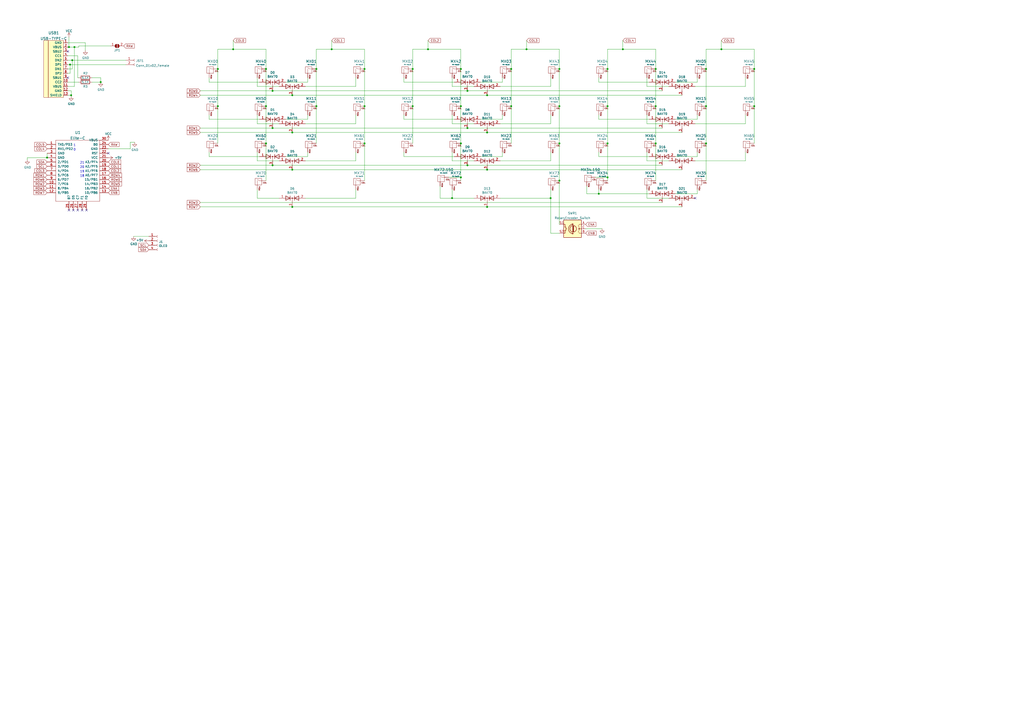
<source format=kicad_sch>
(kicad_sch (version 20211123) (generator eeschema)
  (paper "A2")
  (lib_symbols
    (symbol "Connector:Conn_01x02_Female" (pin_names (offset 1.016) hide)
      (property "Reference" "J" (at 0 2.54 0))
      (property "Value" "Conn_01x02_Female" (at 0 -5.08 0))
      (symbol "Conn_01x02_Female_1_1"
        (pin passive line (at -5.08 0 0) (length 3.81) (name "Pin_1") (number "1"))
        (pin passive line (at -5.08 -2.54 0) (length 3.81) (name "Pin_2") (number "2"))
      )
    )
    (symbol "Connector:Conn_01x04_Female" (pin_names (offset 1.016) hide)
      (property "Reference" "J" (at 0 5.08 0))
      (property "Value" "Conn_01x04_Female" (at 0 -7.62 0))
      (symbol "Conn_01x04_Female_1_1"
        (pin passive line (at -5.08 2.54 0) (length 3.81) (name "Pin_1") (number "1"))
        (pin passive line (at -5.08 0 0) (length 3.81) (name "Pin_2") (number "2"))
        (pin passive line (at -5.08 -2.54 0) (length 3.81) (name "Pin_3") (number "3"))
        (pin passive line (at -5.08 -5.08 0) (length 3.81) (name "Pin_4") (number "4"))
      )
    )
    (symbol "Device:R" (pin_numbers hide) (pin_names (offset 0))
      (property "Reference" "R" (at 2.032 0 90))
      (property "Value" "R" (at 0 0 90))
      (symbol "R_1_1"
        (pin passive line (at 0 3.81 270) (length 1.27) (name "~") (number "1"))
        (pin passive line (at 0 -3.81 90) (length 1.27) (name "~") (number "2"))
      )
    )
    (symbol "Device:RotaryEncoder_Switch" (pin_names (offset 0.254) hide)
      (property "Reference" "SW" (at 0 6.604 0))
      (property "Value" "RotaryEncoder_Switch" (at 0 -6.604 0))
      (symbol "RotaryEncoder_Switch_1_1"
        (pin passive line (at -7.62 2.54 0) (length 2.54) (name "A") (number "A"))
        (pin passive line (at -7.62 -2.54 0) (length 2.54) (name "B") (number "B"))
        (pin passive line (at -7.62 0 0) (length 2.54) (name "C") (number "C"))
        (pin passive line (at 7.62 2.54 180) (length 2.54) (name "S1") (number "S1"))
        (pin passive line (at 7.62 -2.54 180) (length 2.54) (name "S2") (number "S2"))
      )
    )
    (symbol "Diode:BAV70" (pin_names (offset 0.762) hide)
      (property "Reference" "D" (at 0.635 -2.54 0))
      (property "Value" "BAV70" (at 0 2.54 0))
      (symbol "BAV70_0_1"
        (pin passive line (at -7.62 0 0) (length 3.81) (name "A") (number "1"))
        (pin passive line (at 7.62 0 180) (length 3.81) (name "A") (number "2"))
        (pin passive line (at 0 -5.08 90) (length 2.54) (name "K") (number "3"))
      )
    )
    (symbol "Jumper:SolderJumper_2_Open" (pin_names (offset 0) hide)
      (property "Reference" "JP" (at 0 2.032 0))
      (property "Value" "SolderJumper_2_Open" (at 0 -2.54 0))
      (symbol "SolderJumper_2_Open_1_1"
        (pin passive line (at -3.81 0 0) (length 2.54) (name "A") (number "1"))
        (pin passive line (at 3.81 0 180) (length 2.54) (name "B") (number "2"))
      )
    )
    (symbol "MX_Alps_Hybrid:MX-NoLED" (pin_names (offset 1.016))
      (property "Reference" "MX" (at -0.635 3.81 0))
      (property "Value" "MX-NoLED" (at -0.635 1.27 0))
      (symbol "MX-NoLED_0_0"
        (text "COL" (at 3.175 0 0) (effects (font (size 0.762 0.762))))
        (text "ROW" (at 0 -1.905 900) (effects (font (size 0.762 0.762)) (justify right)))
      )
      (symbol "MX-NoLED_1_1"
        (pin passive line (at 3.81 1.27 180) (length 2.54) (name "COL") (number "1"))
        (pin passive line (at -1.27 -3.81 90) (length 2.54) (name "ROW") (number "2"))
      )
    )
    (symbol "keebio:Elite-C" (pin_names (offset 1.016))
      (property "Reference" "U1" (at 0 20.9139 0))
      (property "Value" "Elite-C" (at 0 17.6349 0))
      (symbol "Elite-C_1_1"
        (pin input line (at -17.78 13.97 0) (length 5.08) (name "TX0/PD3") (number "1"))
        (pin input line (at -17.78 -8.89 0) (length 5.08) (name "7/PE6") (number "10"))
        (pin input line (at -17.78 -11.43 0) (length 5.08) (name "8/PB4") (number "11"))
        (pin input line (at -17.78 -13.97 0) (length 5.08) (name "9/PB5") (number "12"))
        (pin input line (at 17.78 -13.97 180) (length 5.08) (name "10/PB6") (number "13"))
        (pin input line (at 17.78 -11.43 180) (length 5.08) (name "16/PB2") (number "14"))
        (pin input line (at 17.78 -8.89 180) (length 5.08) (name "14/PB3") (number "15"))
        (pin input line (at 17.78 -6.35 180) (length 5.08) (name "15/PB1") (number "16"))
        (pin input line (at 17.78 -3.81 180) (length 5.08) (name "A0/PF7") (number "17"))
        (pin input line (at 17.78 -1.27 180) (length 5.08) (name "A1/PF6") (number "18"))
        (pin input line (at 17.78 1.27 180) (length 5.08) (name "A2/PF5") (number "19"))
        (pin input line (at -17.78 11.43 0) (length 5.08) (name "RX1/PD2") (number "2"))
        (pin input line (at 17.78 3.81 180) (length 5.08) (name "A3/PF4") (number "20"))
        (pin input line (at 17.78 6.35 180) (length 5.08) (name "VCC") (number "21"))
        (pin input line (at 17.78 8.89 180) (length 5.08) (name "RST") (number "22"))
        (pin input line (at 17.78 11.43 180) (length 5.08) (name "GND") (number "23"))
        (pin input line (at 17.78 13.97 180) (length 5.08) (name "B0") (number "24"))
        (pin input line (at -5.08 -24.13 90) (length 5.08) (name "B7") (number "25"))
        (pin input line (at -2.54 -24.13 90) (length 5.08) (name "D5") (number "26"))
        (pin input line (at 0 -24.13 90) (length 5.08) (name "C7") (number "27"))
        (pin input line (at 2.54 -24.13 90) (length 5.08) (name "F1") (number "28"))
        (pin input line (at 5.08 -24.13 90) (length 5.08) (name "F0") (number "29"))
        (pin input line (at -17.78 8.89 0) (length 5.08) (name "GND") (number "3"))
        (pin input line (at 17.78 16.51 180) (length 5.08) (name "VBUS") (number "30"))
        (pin input line (at -17.78 6.35 0) (length 5.08) (name "GND") (number "4"))
        (pin input line (at -17.78 3.81 0) (length 5.08) (name "2/PD1") (number "5"))
        (pin input line (at -17.78 1.27 0) (length 5.08) (name "3/PD0") (number "6"))
        (pin input line (at -17.78 -1.27 0) (length 5.08) (name "4/PD4") (number "7"))
        (pin input line (at -17.78 -3.81 0) (length 5.08) (name "5/PC6") (number "8"))
        (pin input line (at -17.78 -6.35 0) (length 5.08) (name "6/PD7") (number "9"))
      )
    )
    (symbol "keebio:HRO-TYPE-C-31-M-12" (pin_names (offset 1.016))
      (property "Reference" "USB" (at -5.08 16.51 0))
      (property "Value" "HRO-TYPE-C-31-M-12" (at -10.16 -1.27 90))
      (symbol "HRO-TYPE-C-31-M-12_1_1"
        (pin input line (at 2.54 13.97 180) (length 2.54) (name "GND") (number "1"))
        (pin input line (at 2.54 -8.89 180) (length 2.54) (name "CC2") (number "10"))
        (pin input line (at 2.54 -11.43 180) (length 2.54) (name "VBUS") (number "11"))
        (pin input line (at 2.54 -13.97 180) (length 2.54) (name "GND") (number "12"))
        (pin input line (at 2.54 -16.51 180) (length 2.54) (name "SHIELD") (number "13"))
        (pin input line (at 2.54 11.43 180) (length 2.54) (name "VBUS") (number "2"))
        (pin input line (at 2.54 8.89 180) (length 2.54) (name "SBU2") (number "3"))
        (pin input line (at 2.54 6.35 180) (length 2.54) (name "CC1") (number "4"))
        (pin input line (at 2.54 3.81 180) (length 2.54) (name "DN2") (number "5"))
        (pin input line (at 2.54 1.27 180) (length 2.54) (name "DP1") (number "6"))
        (pin input line (at 2.54 -1.27 180) (length 2.54) (name "DN1") (number "7"))
        (pin input line (at 2.54 -3.81 180) (length 2.54) (name "DP2") (number "8"))
        (pin input line (at 2.54 -6.35 180) (length 2.54) (name "SBU1") (number "9"))
      )
    )
    (symbol "power:+5V" (power) (pin_names (offset 0))
      (property "Value" "+5V" (at 0 3.556 0))
      (symbol "+5V_1_1"
        (pin power_in line (at 0 0 90) (length 0) hide (name "+5V") (number "1"))
      )
    )
    (symbol "power:GND" (power) (pin_names (offset 0))
      (property "Value" "GND" (at 0 -3.81 0))
      (symbol "GND_1_1"
        (pin power_in line (at 0 0 270) (length 0) hide (name "GND") (number "1"))
      )
    )
    (symbol "power:VCC" (power) (pin_names (offset 0))
      (property "Value" "VCC" (at 0 3.81 0))
      (symbol "VCC_1_1"
        (pin power_in line (at 0 0 90) (length 0) hide (name "VCC") (number "1"))
      )
    )
  )
  (junction (at 211.455 40.005))
  (junction (at 267.335 61.595))
  (junction (at 135.255 28.575))
  (junction (at 324.485 40.005))
  (junction (at 324.485 104.775))
  (junction (at 267.335 83.185))
  (junction (at 409.575 61.595))
  (junction (at 319.405 114.935))
  (junction (at 158.115 52.705))
  (junction (at 158.115 74.295))
  (junction (at 41.91 34.925))
  (junction (at 126.365 40.005))
  (junction (at 409.575 40.005))
  (junction (at 296.545 40.005))
  (junction (at 418.465 28.575))
  (junction (at 352.425 40.005))
  (junction (at 282.575 76.835))
  (junction (at 324.485 83.185))
  (junction (at 154.305 61.595))
  (junction (at 169.545 98.425))
  (junction (at 352.425 61.595))
  (junction (at 282.575 120.015))
  (junction (at 239.395 40.005))
  (junction (at 380.365 61.595))
  (junction (at 183.515 40.005))
  (junction (at 267.335 102.87))
  (junction (at 27.305 91.44))
  (junction (at 305.435 28.575))
  (junction (at 248.285 28.575))
  (junction (at 169.545 76.835))
  (junction (at 154.305 40.005))
  (junction (at 41.275 55.245))
  (junction (at 380.365 83.185))
  (junction (at 409.575 83.185))
  (junction (at 271.145 74.295))
  (junction (at 169.545 55.245))
  (junction (at 211.455 83.185))
  (junction (at 271.145 95.885))
  (junction (at 296.545 61.595))
  (junction (at 324.485 61.595))
  (junction (at 126.365 61.595))
  (junction (at 361.315 28.575))
  (junction (at 183.515 61.595))
  (junction (at 239.395 61.595))
  (junction (at 262.255 114.935))
  (junction (at 211.455 61.595))
  (junction (at 282.575 98.425))
  (junction (at 437.515 40.005))
  (junction (at 40.005 27.305))
  (junction (at 352.425 83.185))
  (junction (at 40.64 37.465))
  (junction (at 58.42 47.625))
  (junction (at 154.305 83.185))
  (junction (at 169.545 120.015))
  (junction (at 437.515 61.595))
  (junction (at 43.18 27.305))
  (junction (at 192.405 28.575))
  (junction (at 282.575 55.245))
  (junction (at 380.365 40.005))
  (junction (at 352.425 102.87))
  (junction (at 271.145 52.705))
  (junction (at 158.115 95.885))
  (junction (at 347.345 112.395))
  (junction (at 267.335 40.005))
  (no_connect (at 47.625 121.92))
  (no_connect (at 403.225 114.935))
  (no_connect (at 62.865 88.9))
  (no_connect (at 50.165 121.92))
  (no_connect (at 39.37 29.845))
  (no_connect (at 39.37 45.085))
  (no_connect (at 40.005 121.92))
  (no_connect (at 42.545 121.92))
  (no_connect (at 45.085 121.92))
  (wire (pts (xy 121.285 69.215) (xy 150.495 69.215)))
  (wire (pts (xy 324.485 40.005) (xy 324.485 61.595)))
  (wire (pts (xy 271.145 95.885) (xy 384.175 95.885)))
  (wire (pts (xy 41.91 34.925) (xy 73.025 34.925)))
  (wire (pts (xy 324.485 61.595) (xy 324.485 83.185)))
  (wire (pts (xy 211.455 61.595) (xy 211.455 83.185)))
  (wire (pts (xy 239.395 28.575) (xy 239.395 40.005)))
  (wire (pts (xy 206.375 66.675) (xy 206.375 71.755)))
  (wire (pts (xy 116.205 76.835) (xy 169.545 76.835)))
  (wire (pts (xy 340.36 112.395) (xy 347.345 112.395)))
  (wire (pts (xy 352.425 61.595) (xy 352.425 83.185)))
  (wire (pts (xy 380.365 40.005) (xy 380.365 61.595)))
  (wire (pts (xy 45.085 45.085) (xy 45.72 45.085)))
  (wire (pts (xy 262.255 45.085) (xy 262.255 50.165)))
  (wire (pts (xy 169.545 98.425) (xy 282.575 98.425)))
  (wire (pts (xy 296.545 61.595) (xy 296.545 83.185)))
  (wire (pts (xy 347.345 45.085) (xy 347.345 47.625)))
  (wire (pts (xy 324.485 83.185) (xy 324.485 104.775)))
  (wire (pts (xy 149.225 45.085) (xy 149.225 50.165)))
  (wire (pts (xy 192.405 23.495) (xy 192.405 28.575)))
  (wire (pts (xy 206.375 93.345) (xy 177.165 93.345)))
  (wire (pts (xy 375.285 109.855) (xy 375.285 114.935)))
  (wire (pts (xy 296.545 28.575) (xy 296.545 40.005)))
  (wire (pts (xy 319.405 88.265) (xy 319.405 93.345)))
  (wire (pts (xy 319.405 71.755) (xy 290.195 71.755)))
  (wire (pts (xy 262.255 50.165) (xy 274.955 50.165)))
  (wire (pts (xy 234.315 47.625) (xy 263.525 47.625)))
  (wire (pts (xy 183.515 28.575) (xy 183.515 40.005)))
  (wire (pts (xy 248.285 28.575) (xy 239.395 28.575)))
  (wire (pts (xy 149.225 66.675) (xy 149.225 71.755)))
  (wire (pts (xy 432.435 93.345) (xy 403.225 93.345)))
  (wire (pts (xy 409.575 28.575) (xy 409.575 40.005)))
  (wire (pts (xy 432.435 66.675) (xy 432.435 71.755)))
  (wire (pts (xy 282.575 98.425) (xy 395.605 98.425)))
  (wire (pts (xy 432.435 71.755) (xy 403.225 71.755)))
  (wire (pts (xy 282.575 120.015) (xy 395.605 120.015)))
  (wire (pts (xy 116.205 98.425) (xy 169.545 98.425)))
  (wire (pts (xy 116.205 74.295) (xy 158.115 74.295)))
  (wire (pts (xy 404.495 45.085) (xy 404.495 47.625)))
  (wire (pts (xy 361.315 28.575) (xy 352.425 28.575)))
  (wire (pts (xy 75.565 82.55) (xy 75.565 86.36)))
  (wire (pts (xy 347.345 69.215) (xy 376.555 69.215)))
  (wire (pts (xy 121.285 88.265) (xy 121.285 90.805)))
  (wire (pts (xy 158.115 95.885) (xy 271.145 95.885)))
  (wire (pts (xy 39.37 52.705) (xy 41.275 52.705)))
  (wire (pts (xy 248.285 28.575) (xy 267.335 28.575)))
  (wire (pts (xy 43.18 27.305) (xy 43.18 50.165)))
  (wire (pts (xy 206.375 114.935) (xy 177.165 114.935)))
  (wire (pts (xy 345.44 102.87) (xy 352.425 102.87)))
  (wire (pts (xy 58.42 45.085) (xy 58.42 47.625)))
  (wire (pts (xy 352.425 28.575) (xy 352.425 40.005)))
  (wire (pts (xy 183.515 61.595) (xy 183.515 83.185)))
  (wire (pts (xy 432.435 45.085) (xy 432.435 50.165)))
  (wire (pts (xy 282.575 76.835) (xy 395.605 76.835)))
  (wire (pts (xy 319.405 50.165) (xy 290.195 50.165)))
  (wire (pts (xy 340.36 107.95) (xy 340.36 112.395)))
  (wire (pts (xy 404.495 47.625) (xy 391.795 47.625)))
  (wire (pts (xy 267.335 28.575) (xy 267.335 40.005)))
  (wire (pts (xy 116.205 120.015) (xy 169.545 120.015)))
  (wire (pts (xy 234.315 90.805) (xy 263.525 90.805)))
  (wire (pts (xy 206.375 71.755) (xy 177.165 71.755)))
  (wire (pts (xy 39.37 34.925) (xy 41.91 34.925)))
  (wire (pts (xy 62.865 86.36) (xy 75.565 86.36)))
  (wire (pts (xy 409.575 61.595) (xy 409.575 83.185)))
  (wire (pts (xy 116.205 95.885) (xy 158.115 95.885)))
  (wire (pts (xy 154.305 28.575) (xy 154.305 40.005)))
  (wire (pts (xy 375.285 45.085) (xy 375.285 50.165)))
  (wire (pts (xy 158.115 52.705) (xy 271.145 52.705)))
  (wire (pts (xy 404.495 66.675) (xy 404.495 69.215)))
  (wire (pts (xy 39.37 27.305) (xy 40.005 27.305)))
  (wire (pts (xy 39.37 55.245) (xy 41.275 55.245)))
  (wire (pts (xy 135.255 28.575) (xy 126.365 28.575)))
  (wire (pts (xy 361.315 28.575) (xy 380.365 28.575)))
  (wire (pts (xy 267.335 102.87) (xy 267.335 104.775)))
  (wire (pts (xy 178.435 45.085) (xy 178.435 47.625)))
  (wire (pts (xy 418.465 23.495) (xy 418.465 28.575)))
  (wire (pts (xy 319.405 114.935) (xy 290.195 114.935)))
  (wire (pts (xy 305.435 28.575) (xy 296.545 28.575)))
  (wire (pts (xy 234.315 88.265) (xy 234.315 90.805)))
  (wire (pts (xy 347.345 66.675) (xy 347.345 69.215)))
  (wire (pts (xy 234.315 45.085) (xy 234.315 47.625)))
  (wire (pts (xy 291.465 88.265) (xy 291.465 90.805)))
  (wire (pts (xy 149.225 93.345) (xy 161.925 93.345)))
  (wire (pts (xy 49.53 24.765) (xy 49.53 29.21)))
  (wire (pts (xy 169.545 120.015) (xy 282.575 120.015)))
  (wire (pts (xy 15.875 91.44) (xy 15.875 92.71)))
  (wire (pts (xy 262.255 93.345) (xy 274.955 93.345)))
  (wire (pts (xy 255.27 114.935) (xy 262.255 114.935)))
  (wire (pts (xy 126.365 28.575) (xy 126.365 40.005)))
  (wire (pts (xy 437.515 28.575) (xy 437.515 40.005)))
  (wire (pts (xy 169.545 55.245) (xy 282.575 55.245)))
  (wire (pts (xy 126.365 61.595) (xy 126.365 83.185)))
  (wire (pts (xy 154.305 61.595) (xy 154.305 83.185)))
  (wire (pts (xy 291.465 45.085) (xy 291.465 47.625)))
  (wire (pts (xy 319.405 114.935) (xy 319.405 135.255)))
  (wire (pts (xy 211.455 40.005) (xy 211.455 61.595)))
  (wire (pts (xy 39.37 37.465) (xy 40.64 37.465)))
  (wire (pts (xy 53.34 47.625) (xy 58.42 47.625)))
  (wire (pts (xy 149.225 114.935) (xy 161.925 114.935)))
  (wire (pts (xy 291.465 69.215) (xy 278.765 69.215)))
  (wire (pts (xy 260.35 102.87) (xy 267.335 102.87)))
  (wire (pts (xy 352.425 40.005) (xy 352.425 61.595)))
  (wire (pts (xy 347.345 90.805) (xy 347.345 88.265)))
  (wire (pts (xy 154.305 40.005) (xy 154.305 61.595)))
  (wire (pts (xy 409.575 83.185) (xy 409.575 104.775)))
  (wire (pts (xy 149.225 109.855) (xy 149.225 114.935)))
  (wire (pts (xy 234.315 69.215) (xy 263.525 69.215)))
  (wire (pts (xy 375.285 88.265) (xy 375.285 93.345)))
  (wire (pts (xy 339.725 132.715) (xy 349.25 132.715)))
  (wire (pts (xy 271.145 52.705) (xy 384.175 52.705)))
  (wire (pts (xy 40.64 37.465) (xy 73.025 37.465)))
  (wire (pts (xy 324.485 28.575) (xy 324.485 40.005)))
  (wire (pts (xy 39.37 47.625) (xy 45.72 47.625)))
  (wire (pts (xy 271.145 74.295) (xy 384.175 74.295)))
  (wire (pts (xy 437.515 61.595) (xy 437.515 83.185)))
  (wire (pts (xy 40.005 21.59) (xy 40.005 27.305)))
  (wire (pts (xy 45.72 27.305) (xy 45.72 26.67)))
  (wire (pts (xy 41.91 34.925) (xy 41.91 40.005)))
  (wire (pts (xy 375.285 114.935) (xy 387.985 114.935)))
  (wire (pts (xy 319.405 45.085) (xy 319.405 50.165)))
  (wire (pts (xy 40.64 37.465) (xy 40.64 42.545)))
  (wire (pts (xy 135.255 28.575) (xy 154.305 28.575)))
  (wire (pts (xy 375.285 66.675) (xy 375.285 71.755)))
  (wire (pts (xy 305.435 23.495) (xy 305.435 28.575)))
  (wire (pts (xy 41.91 40.005) (xy 39.37 40.005)))
  (wire (pts (xy 291.465 66.675) (xy 291.465 69.215)))
  (wire (pts (xy 296.545 40.005) (xy 296.545 61.595)))
  (wire (pts (xy 319.405 135.255) (xy 324.485 135.255)))
  (wire (pts (xy 43.18 50.165) (xy 39.37 50.165)))
  (wire (pts (xy 375.285 93.345) (xy 387.985 93.345)))
  (wire (pts (xy 404.495 109.855) (xy 404.495 112.395)))
  (wire (pts (xy 376.555 112.395) (xy 347.345 112.395)))
  (wire (pts (xy 211.455 83.185) (xy 211.455 104.775)))
  (wire (pts (xy 352.425 83.185) (xy 352.425 102.87)))
  (wire (pts (xy 262.255 71.755) (xy 274.955 71.755)))
  (wire (pts (xy 262.255 88.265) (xy 262.255 93.345)))
  (wire (pts (xy 380.365 83.185) (xy 380.365 104.775)))
  (wire (pts (xy 178.435 66.675) (xy 178.435 69.215)))
  (wire (pts (xy 418.465 28.575) (xy 437.515 28.575)))
  (wire (pts (xy 255.27 107.95) (xy 255.27 114.935)))
  (wire (pts (xy 149.225 88.265) (xy 149.225 93.345)))
  (wire (pts (xy 375.285 50.165) (xy 387.985 50.165)))
  (wire (pts (xy 262.255 114.935) (xy 274.955 114.935)))
  (wire (pts (xy 178.435 69.215) (xy 165.735 69.215)))
  (wire (pts (xy 432.435 88.265) (xy 432.435 93.345)))
  (wire (pts (xy 319.405 109.855) (xy 319.405 114.935)))
  (wire (pts (xy 45.72 26.67) (xy 64.135 26.67)))
  (wire (pts (xy 248.285 23.495) (xy 248.285 28.575)))
  (wire (pts (xy 206.375 109.855) (xy 206.375 114.935)))
  (wire (pts (xy 267.335 40.005) (xy 267.335 61.595)))
  (wire (pts (xy 41.275 52.705) (xy 41.275 55.245)))
  (wire (pts (xy 116.205 117.475) (xy 384.175 117.475)))
  (wire (pts (xy 291.465 90.805) (xy 278.765 90.805)))
  (wire (pts (xy 41.275 55.245) (xy 41.275 55.88)))
  (wire (pts (xy 27.305 88.9) (xy 27.305 91.44)))
  (wire (pts (xy 282.575 55.245) (xy 395.605 55.245)))
  (wire (pts (xy 135.255 23.495) (xy 135.255 28.575)))
  (wire (pts (xy 154.305 83.185) (xy 154.305 104.775)))
  (wire (pts (xy 40.64 42.545) (xy 39.37 42.545)))
  (wire (pts (xy 178.435 47.625) (xy 165.735 47.625)))
  (wire (pts (xy 262.255 66.675) (xy 262.255 71.755)))
  (wire (pts (xy 40.005 27.305) (xy 43.18 27.305)))
  (wire (pts (xy 404.495 88.265) (xy 404.495 90.805)))
  (wire (pts (xy 116.205 55.245) (xy 169.545 55.245)))
  (wire (pts (xy 352.425 102.87) (xy 352.425 104.775)))
  (wire (pts (xy 43.18 27.305) (xy 45.72 27.305)))
  (wire (pts (xy 380.365 61.595) (xy 380.365 83.185)))
  (wire (pts (xy 239.395 40.005) (xy 239.395 61.595)))
  (wire (pts (xy 234.315 66.675) (xy 234.315 69.215)))
  (wire (pts (xy 267.335 83.185) (xy 267.335 102.87)))
  (wire (pts (xy 178.435 88.265) (xy 178.435 90.805)))
  (wire (pts (xy 121.285 66.675) (xy 121.285 69.215)))
  (wire (pts (xy 375.285 71.755) (xy 387.985 71.755)))
  (wire (pts (xy 267.335 61.595) (xy 267.335 83.185)))
  (wire (pts (xy 15.875 91.44) (xy 27.305 91.44)))
  (wire (pts (xy 361.315 23.495) (xy 361.315 28.575)))
  (wire (pts (xy 116.205 52.705) (xy 158.115 52.705)))
  (wire (pts (xy 149.225 71.755) (xy 161.925 71.755)))
  (wire (pts (xy 178.435 90.805) (xy 165.735 90.805)))
  (wire (pts (xy 319.405 93.345) (xy 290.195 93.345)))
  (wire (pts (xy 305.435 28.575) (xy 324.485 28.575)))
  (wire (pts (xy 192.405 28.575) (xy 211.455 28.575)))
  (wire (pts (xy 347.345 47.625) (xy 376.555 47.625)))
  (wire (pts (xy 39.37 24.765) (xy 49.53 24.765)))
  (wire (pts (xy 409.575 40.005) (xy 409.575 61.595)))
  (wire (pts (xy 291.465 47.625) (xy 278.765 47.625)))
  (wire (pts (xy 347.345 112.395) (xy 347.345 109.855)))
  (wire (pts (xy 437.515 40.005) (xy 437.515 61.595)))
  (wire (pts (xy 45.085 32.385) (xy 45.085 45.085)))
  (wire (pts (xy 404.495 90.805) (xy 391.795 90.805)))
  (wire (pts (xy 206.375 88.265) (xy 206.375 93.345)))
  (wire (pts (xy 53.34 45.085) (xy 58.42 45.085)))
  (wire (pts (xy 86.36 137.16) (xy 77.47 137.16)))
  (wire (pts (xy 404.495 69.215) (xy 391.795 69.215)))
  (wire (pts (xy 39.37 32.385) (xy 45.085 32.385)))
  (wire (pts (xy 324.485 104.775) (xy 324.485 130.175)))
  (wire (pts (xy 169.545 76.835) (xy 282.575 76.835)))
  (wire (pts (xy 121.285 90.805) (xy 150.495 90.805)))
  (wire (pts (xy 432.435 50.165) (xy 403.225 50.165)))
  (wire (pts (xy 418.465 28.575) (xy 409.575 28.575)))
  (wire (pts (xy 211.455 28.575) (xy 211.455 40.005)))
  (wire (pts (xy 126.365 40.005) (xy 126.365 61.595)))
  (wire (pts (xy 239.395 61.595) (xy 239.395 83.185)))
  (wire (pts (xy 192.405 28.575) (xy 183.515 28.575)))
  (wire (pts (xy 158.115 74.295) (xy 271.145 74.295)))
  (wire (pts (xy 380.365 28.575) (xy 380.365 40.005)))
  (wire (pts (xy 206.375 45.085) (xy 206.375 50.165)))
  (wire (pts (xy 376.555 90.805) (xy 347.345 90.805)))
  (wire (pts (xy 404.495 112.395) (xy 391.795 112.395)))
  (wire (pts (xy 319.405 66.675) (xy 319.405 71.755)))
  (wire (pts (xy 262.255 109.855) (xy 262.255 114.935)))
  (wire (pts (xy 78.105 82.55) (xy 75.565 82.55)))
  (wire (pts (xy 121.285 45.085) (xy 121.285 47.625)))
  (wire (pts (xy 149.225 50.165) (xy 161.925 50.165)))
  (wire (pts (xy 183.515 40.005) (xy 183.515 61.595)))
  (wire (pts (xy 121.285 47.625) (xy 150.495 47.625)))
  (wire (pts (xy 206.375 50.165) (xy 177.165 50.165)))
  (text "20" (at 46.355 97.79 0) (effects (font (size 1.27 1.27)) (justify left bottom)))
  (text "21" (at 46.355 95.25 0) (effects (font (size 1.27 1.27)) (justify left bottom)))
  (text "19" (at 46.355 100.33 0) (effects (font (size 1.27 1.27)) (justify left bottom)))
  (text "0" (at 42.545 87.63 0) (effects (font (size 1.27 1.27)) (justify left bottom)))
  (text "1" (at 42.545 85.09 0) (effects (font (size 1.27 1.27)) (justify left bottom)))
  (text "18" (at 46.355 102.87 0) (effects (font (size 1.27 1.27)) (justify left bottom)))
  (global_label "SDA" (shape input) (at 27.305 93.98 180) (property "Intersheet References" "${INTERSHEET_REFS}" (effects hide)))
  (global_label "ROW2" (shape input) (at 116.205 95.885 180) (property "Intersheet References" "${INTERSHEET_REFS}" (effects hide)))
  (global_label "RAW" (shape input) (at 62.865 83.82 0) (property "Intersheet References" "${INTERSHEET_REFS}" (effects hide)))
  (global_label "SDA" (shape input) (at 86.36 144.78 180) (property "Intersheet References" "${INTERSHEET_REFS}" (effects hide)))
  (global_label "ROW2" (shape input) (at 27.305 106.68 180) (property "Intersheet References" "${INTERSHEET_REFS}" (effects hide)))
  (global_label "COL0" (shape input) (at 135.255 23.495 0) (property "Intersheet References" "${INTERSHEET_REFS}" (effects hide)))
  (global_label "ROW5" (shape input) (at 62.865 106.68 0) (property "Intersheet References" "${INTERSHEET_REFS}" (effects hide)))
  (global_label "ROW7" (shape input) (at 27.305 111.76 180) (property "Intersheet References" "${INTERSHEET_REFS}" (effects hide)))
  (global_label "COL5" (shape input) (at 27.305 83.82 180) (property "Intersheet References" "${INTERSHEET_REFS}" (effects hide)))
  (global_label "ROW1" (shape input) (at 27.305 101.6 180) (property "Intersheet References" "${INTERSHEET_REFS}" (effects hide)))
  (global_label "COL5" (shape input) (at 418.465 23.495 0) (property "Intersheet References" "${INTERSHEET_REFS}" (effects hide)))
  (global_label "ROW6" (shape input) (at 116.205 98.425 180) (property "Intersheet References" "${INTERSHEET_REFS}" (effects hide)))
  (global_label "COL3" (shape input) (at 27.305 99.06 180) (property "Intersheet References" "${INTERSHEET_REFS}" (effects hide)))
  (global_label "ROW7" (shape input) (at 116.205 120.015 180) (property "Intersheet References" "${INTERSHEET_REFS}" (effects hide)))
  (global_label "ROW1" (shape input) (at 116.205 74.295 180) (property "Intersheet References" "${INTERSHEET_REFS}" (effects hide)))
  (global_label "ROW4" (shape input) (at 116.205 55.245 180) (property "Intersheet References" "${INTERSHEET_REFS}" (effects hide)))
  (global_label "ENB" (shape input) (at 339.725 135.255 0) (property "Intersheet References" "${INTERSHEET_REFS}" (effects hide)))
  (global_label "ROW6" (shape input) (at 27.305 104.14 180) (property "Intersheet References" "${INTERSHEET_REFS}" (effects hide)))
  (global_label "ROW3" (shape input) (at 27.305 109.22 180) (property "Intersheet References" "${INTERSHEET_REFS}" (effects hide)))
  (global_label "ENA" (shape input) (at 62.865 109.22 0) (property "Intersheet References" "${INTERSHEET_REFS}" (effects hide)))
  (global_label "ENA" (shape input) (at 339.725 130.175 0) (property "Intersheet References" "${INTERSHEET_REFS}" (effects hide)))
  (global_label "ROW0" (shape input) (at 62.865 104.14 0) (property "Intersheet References" "${INTERSHEET_REFS}" (effects hide)))
  (global_label "ROW5" (shape input) (at 116.205 76.835 180) (property "Intersheet References" "${INTERSHEET_REFS}" (effects hide)))
  (global_label "ROW4" (shape input) (at 62.865 101.6 0) (property "Intersheet References" "${INTERSHEET_REFS}" (effects hide)))
  (global_label "COL0" (shape input) (at 62.865 93.98 0) (property "Intersheet References" "${INTERSHEET_REFS}" (effects hide)))
  (global_label "ROW3" (shape input) (at 116.205 117.475 180) (property "Intersheet References" "${INTERSHEET_REFS}" (effects hide)))
  (global_label "RAW" (shape input) (at 71.755 26.67 0) (property "Intersheet References" "${INTERSHEET_REFS}" (effects hide)))
  (global_label "COL1" (shape input) (at 192.405 23.495 0) (property "Intersheet References" "${INTERSHEET_REFS}" (effects hide)))
  (global_label "COL2" (shape input) (at 62.865 99.06 0) (property "Intersheet References" "${INTERSHEET_REFS}" (effects hide)))
  (global_label "SCL" (shape input) (at 86.36 142.24 180) (property "Intersheet References" "${INTERSHEET_REFS}" (effects hide)))
  (global_label "COL1" (shape input) (at 62.865 96.52 0) (property "Intersheet References" "${INTERSHEET_REFS}" (effects hide)))
  (global_label "COL3" (shape input) (at 305.435 23.495 0) (property "Intersheet References" "${INTERSHEET_REFS}" (effects hide)))
  (global_label "SCL" (shape input) (at 27.305 96.52 180) (property "Intersheet References" "${INTERSHEET_REFS}" (effects hide)))
  (global_label "COL2" (shape input) (at 248.285 23.495 0) (property "Intersheet References" "${INTERSHEET_REFS}" (effects hide)))
  (global_label "COL4" (shape input) (at 27.305 86.36 180) (property "Intersheet References" "${INTERSHEET_REFS}" (effects hide)))
  (global_label "ROW0" (shape input) (at 116.205 52.705 180) (property "Intersheet References" "${INTERSHEET_REFS}" (effects hide)))
  (global_label "COL4" (shape input) (at 361.315 23.495 0) (property "Intersheet References" "${INTERSHEET_REFS}" (effects hide)))
  (global_label "ENB" (shape input) (at 62.865 111.76 0) (property "Intersheet References" "${INTERSHEET_REFS}" (effects hide)))
  (symbol (lib_id "Diode:BAV70") (at 169.545 71.755 0) (unit 1)
    (property "Reference" "D4" (at 169.545 66.2432 0))
    (property "Value" "BAV70" (at 169.545 68.5546 0))
    (property "Footprint" "Keebio-Parts:SOT-23_Handsoldering" (effects hide))
    (property "Datasheet" "https://assets.nexperia.com/documents/data-sheet/BAV70_SER.pdf" (effects hide))
  )
  (symbol (lib_id "power:GND") (at 349.25 132.715 0) (mirror y) (unit 1)
    (property "Reference" "#PWR0101" (effects hide))
    (property "Value" "GND" (at 349.25 137.2775 0))
  )
  (symbol (lib_id "Device:R") (at 49.53 45.085 90) (unit 1)
    (property "Reference" "R2" (at 49.53 42.545 90))
    (property "Value" "5.1K" (at 49.53 45.085 90))
    (property "Footprint" "Resistor_SMD:R_0805_2012Metric_Pad1.20x1.40mm_HandSolder" (effects hide))
    (property "LCSC" "C27834" (effects hide))
  )
  (symbol (lib_id "MX_Alps_Hybrid:MX-NoLED") (at 405.765 106.045 0) (unit 1)
    (property "Reference" "MX35" (at 406.6032 100.3808 0) (effects (font (size 1.524 1.524))))
    (property "Value" "MX-NoLED" (at 406.6032 102.2604 0) (effects (font (size 0.508 0.508))))
    (property "Footprint" "MX_Only:MXOnly-1U-NoLED" (effects hide))
  )
  (symbol (lib_id "Diode:BAV70") (at 395.605 71.755 0) (unit 1)
    (property "Reference" "D19" (at 395.605 66.2432 0))
    (property "Value" "BAV70" (at 395.605 68.5546 0))
    (property "Footprint" "Keebio-Parts:SOT-23_Handsoldering" (effects hide))
    (property "Datasheet" "https://assets.nexperia.com/documents/data-sheet/BAV70_SER.pdf" (effects hide))
  )
  (symbol (lib_id "Diode:BAV70") (at 271.145 47.625 0) (unit 1)
    (property "Reference" "D7" (at 271.145 42.1132 0))
    (property "Value" "BAV70" (at 271.145 44.4246 0))
    (property "Footprint" "Keebio-Parts:SOT-23_Handsoldering" (effects hide))
    (property "Datasheet" "https://assets.nexperia.com/documents/data-sheet/BAV70_SER.pdf" (effects hide))
  )
  (symbol (lib_id "MX_Alps_Hybrid:MX-NoLED") (at 405.765 62.865 0) (unit 1)
    (property "Reference" "MX15" (at 406.6032 57.2008 0) (effects (font (size 1.524 1.524))))
    (property "Value" "MX-NoLED" (at 406.6032 59.0804 0) (effects (font (size 0.508 0.508))))
    (property "Footprint" "MX_Only:MXOnly-1U-NoLED" (effects hide))
  )
  (symbol (lib_id "MX_Alps_Hybrid:MX-NoLED") (at 207.645 84.455 0) (unit 1)
    (property "Reference" "MX61" (at 208.4832 78.7908 0) (effects (font (size 1.524 1.524))))
    (property "Value" "MX-NoLED" (at 208.4832 80.6704 0) (effects (font (size 0.508 0.508))))
    (property "Footprint" "MX_Only:MXOnly-1U-NoLED" (effects hide))
  )
  (symbol (lib_id "Jumper:SolderJumper_2_Open") (at 67.945 26.67 0) (unit 1)
    (property "Reference" "JP1" (at 67.945 29.21 0))
    (property "Value" "SolderJumper_2_Open" (effects hide))
    (property "Footprint" "Jumper:SolderJumper-2_P1.3mm_Open_RoundedPad1.0x1.5mm" (effects hide))
  )
  (symbol (lib_id "MX_Alps_Hybrid:MX-NoLED") (at 235.585 41.275 0) (unit 1)
    (property "Reference" "MX02" (at 236.4232 35.6108 0) (effects (font (size 1.524 1.524))))
    (property "Value" "MX-NoLED" (at 236.4232 37.4904 0) (effects (font (size 0.508 0.508))))
    (property "Footprint" "MX_Only:MXOnly-1U-NoLED" (effects hide))
  )
  (symbol (lib_id "MX_Alps_Hybrid:MX-NoLED") (at 207.645 106.045 0) (unit 1)
    (property "Reference" "MX71" (at 208.4832 100.3808 0) (effects (font (size 1.524 1.524))))
    (property "Value" "MX-NoLED" (at 208.4832 102.2604 0) (effects (font (size 0.508 0.508))))
    (property "Footprint" "MX_Only:MXOnly-1U-NoLED" (effects hide))
  )
  (symbol (lib_id "MX_Alps_Hybrid:MX-NoLED") (at 256.54 104.14 0) (unit 1)
    (property "Reference" "MX72.150" (at 257.3782 98.4758 0) (effects (font (size 1.524 1.524))))
    (property "Value" "MX-NoLED" (at 257.3782 100.3554 0) (effects (font (size 0.508 0.508))))
    (property "Footprint" "MX_Only:MXOnly-1U-NoLED" (effects hide))
  )
  (symbol (lib_id "power:GND") (at 41.275 55.88 0) (unit 1)
    (property "Reference" "#PWR0107" (effects hide))
    (property "Value" "GND" (at 41.402 60.2742 0))
  )
  (symbol (lib_id "MX_Alps_Hybrid:MX-NoLED") (at 348.615 84.455 0) (unit 1)
    (property "Reference" "MX24" (at 349.4532 78.7908 0) (effects (font (size 1.524 1.524))))
    (property "Value" "MX-NoLED" (at 349.4532 80.6704 0) (effects (font (size 0.508 0.508))))
    (property "Footprint" "MX_Only:MXOnly-1U-NoLED" (effects hide))
  )
  (symbol (lib_id "power:GND") (at 58.42 47.625 0) (unit 1)
    (property "Reference" "#PWR0108" (effects hide))
    (property "Value" "GND" (at 58.547 52.0192 0))
  )
  (symbol (lib_id "MX_Alps_Hybrid:MX-NoLED") (at 320.675 62.865 0) (unit 1)
    (property "Reference" "MX53" (at 321.5132 57.2008 0) (effects (font (size 1.524 1.524))))
    (property "Value" "MX-NoLED" (at 321.5132 59.0804 0) (effects (font (size 0.508 0.508))))
    (property "Footprint" "MX_Only:MXOnly-1U-NoLED" (effects hide))
  )
  (symbol (lib_id "MX_Alps_Hybrid:MX-NoLED") (at 292.735 41.275 0) (unit 1)
    (property "Reference" "MX03" (at 293.5732 35.6108 0) (effects (font (size 1.524 1.524))))
    (property "Value" "MX-NoLED" (at 293.5732 37.4904 0) (effects (font (size 0.508 0.508))))
    (property "Footprint" "MX_Only:MXOnly-1U-NoLED" (effects hide))
  )
  (symbol (lib_id "MX_Alps_Hybrid:MX-NoLED") (at 433.705 41.275 0) (unit 1)
    (property "Reference" "MX45" (at 434.5432 35.6108 0) (effects (font (size 1.524 1.524))))
    (property "Value" "MX-NoLED" (at 434.5432 37.4904 0) (effects (font (size 0.508 0.508))))
    (property "Footprint" "MX_Only:MXOnly-1U-NoLED" (effects hide))
  )
  (symbol (lib_id "Diode:BAV70") (at 271.145 69.215 0) (unit 1)
    (property "Reference" "D8" (at 271.145 63.7032 0))
    (property "Value" "BAV70" (at 271.145 66.0146 0))
    (property "Footprint" "Keebio-Parts:SOT-23_Handsoldering" (effects hide))
    (property "Datasheet" "https://assets.nexperia.com/documents/data-sheet/BAV70_SER.pdf" (effects hide))
  )
  (symbol (lib_id "MX_Alps_Hybrid:MX-NoLED") (at 179.705 41.275 0) (unit 1)
    (property "Reference" "MX01" (at 180.5432 35.6108 0) (effects (font (size 1.524 1.524))))
    (property "Value" "MX-NoLED" (at 180.5432 37.4904 0) (effects (font (size 0.508 0.508))))
    (property "Footprint" "MX_Only:MXOnly-1U-NoLED" (effects hide))
  )
  (symbol (lib_id "MX_Alps_Hybrid:MX-NoLED") (at 433.705 84.455 0) (unit 1)
    (property "Reference" "MX65" (at 434.5432 78.7908 0) (effects (font (size 1.524 1.524))))
    (property "Value" "MX-NoLED" (at 434.5432 80.6704 0) (effects (font (size 0.508 0.508))))
    (property "Footprint" "MX_Only:MXOnly-1U-NoLED" (effects hide))
  )
  (symbol (lib_id "power:GND") (at 49.53 29.21 0) (unit 1)
    (property "Reference" "#PWR0112" (effects hide))
    (property "Value" "GND" (at 49.657 33.6042 0))
  )
  (symbol (lib_id "MX_Alps_Hybrid:MX-NoLED") (at 320.675 84.455 0) (unit 1)
    (property "Reference" "MX63" (at 321.5132 78.7908 0) (effects (font (size 1.524 1.524))))
    (property "Value" "MX-NoLED" (at 321.5132 80.6704 0) (effects (font (size 0.508 0.508))))
    (property "Footprint" "MX_Only:MXOnly-1U-NoLED" (effects hide))
  )
  (symbol (lib_id "MX_Alps_Hybrid:MX-NoLED") (at 150.495 62.865 0) (unit 1)
    (property "Reference" "MX50" (at 151.3332 57.2008 0) (effects (font (size 1.524 1.524))))
    (property "Value" "MX-NoLED" (at 151.3332 59.0804 0) (effects (font (size 0.508 0.508))))
    (property "Footprint" "MX_Only:MXOnly-1U-NoLED" (effects hide))
  )
  (symbol (lib_id "Diode:BAV70") (at 395.605 93.345 0) (unit 1)
    (property "Reference" "D20" (at 395.605 87.8332 0))
    (property "Value" "BAV70" (at 395.605 90.1446 0))
    (property "Footprint" "Keebio-Parts:SOT-23_Handsoldering" (effects hide))
    (property "Datasheet" "https://assets.nexperia.com/documents/data-sheet/BAV70_SER.pdf" (effects hide))
  )
  (symbol (lib_id "Connector:Conn_01x02_Female") (at 78.105 34.925 0) (unit 1)
    (property "Reference" "JST1" (at 78.8162 35.2865 0) (effects (justify left)))
    (property "Value" "Conn_01x02_Female" (at 78.8162 38.0616 0) (effects (justify left)))
  )
  (symbol (lib_id "power:GND") (at 15.875 92.71 0) (unit 1)
    (property "Reference" "#PWR0102" (effects hide))
    (property "Value" "GND" (at 16.002 97.1042 0))
  )
  (symbol (lib_id "Diode:BAV70") (at 384.175 69.215 0) (unit 1)
    (property "Reference" "D15" (at 384.175 63.7032 0))
    (property "Value" "BAV70" (at 384.175 66.0146 0))
    (property "Footprint" "Keebio-Parts:SOT-23_Handsoldering" (effects hide))
    (property "Datasheet" "https://assets.nexperia.com/documents/data-sheet/BAV70_SER.pdf" (effects hide))
  )
  (symbol (lib_id "keebio:HRO-TYPE-C-31-M-12") (at 36.83 38.735 0) (unit 1)
    (property "Reference" "USB1" (at 31.115 19.0911 0) (effects (font (size 1.524 1.524))))
    (property "Value" "USB-TYPE-C" (at 31.115 22.3701 0) (effects (font (size 1.524 1.524))))
  )
  (symbol (lib_id "MX_Alps_Hybrid:MX-NoLED") (at 207.645 62.865 0) (unit 1)
    (property "Reference" "MX51" (at 208.4832 57.2008 0) (effects (font (size 1.524 1.524))))
    (property "Value" "MX-NoLED" (at 208.4832 59.0804 0) (effects (font (size 0.508 0.508))))
    (property "Footprint" "MX_Only:MXOnly-1U-NoLED" (effects hide))
  )
  (symbol (lib_id "MX_Alps_Hybrid:MX-NoLED") (at 150.495 106.045 0) (unit 1)
    (property "Reference" "MX70" (at 151.3332 100.3808 0) (effects (font (size 1.524 1.524))))
    (property "Value" "MX-NoLED" (at 151.3332 102.2604 0) (effects (font (size 0.508 0.508))))
    (property "Footprint" "MX_Only:MXOnly-1U-NoLED" (effects hide))
  )
  (symbol (lib_id "Diode:BAV70") (at 158.115 47.625 0) (unit 1)
    (property "Reference" "D0" (at 158.115 42.1132 0))
    (property "Value" "BAV70" (at 158.115 44.4246 0))
    (property "Footprint" "Keebio-Parts:SOT-23_Handsoldering" (effects hide))
    (property "Datasheet" "https://assets.nexperia.com/documents/data-sheet/BAV70_SER.pdf" (effects hide))
  )
  (symbol (lib_id "MX_Alps_Hybrid:MX-NoLED") (at 179.705 62.865 0) (unit 1)
    (property "Reference" "MX11" (at 180.5432 57.2008 0) (effects (font (size 1.524 1.524))))
    (property "Value" "MX-NoLED" (at 180.5432 59.0804 0) (effects (font (size 0.508 0.508))))
    (property "Footprint" "MX_Only:MXOnly-1U-NoLED" (effects hide))
  )
  (symbol (lib_id "Connector:Conn_01x04_Female") (at 91.44 139.7 0) (unit 1)
    (property "Reference" "J1" (at 92.1512 140.3096 0) (effects (justify left)))
    (property "Value" "OLED" (at 92.1512 142.621 0) (effects (justify left)))
    (property "Footprint" "Custom_Footprints:SSD1306_OLED" (effects hide))
  )
  (symbol (lib_id "MX_Alps_Hybrid:MX-NoLED") (at 320.675 41.275 0) (unit 1)
    (property "Reference" "MX43" (at 321.5132 35.6108 0) (effects (font (size 1.524 1.524))))
    (property "Value" "MX-NoLED" (at 321.5132 37.4904 0) (effects (font (size 0.508 0.508))))
    (property "Footprint" "MX_Only:MXOnly-1U-NoLED" (effects hide))
  )
  (symbol (lib_id "Diode:BAV70") (at 384.175 112.395 0) (unit 1)
    (property "Reference" "D17" (at 384.175 106.8832 0))
    (property "Value" "BAV70" (at 384.175 109.1946 0))
    (property "Footprint" "Keebio-Parts:SOT-23_Handsoldering" (effects hide))
    (property "Datasheet" "https://assets.nexperia.com/documents/data-sheet/BAV70_SER.pdf" (effects hide))
  )
  (symbol (lib_id "Diode:BAV70") (at 395.605 114.935 0) (unit 1)
    (property "Reference" "D21" (at 395.605 109.4232 0))
    (property "Value" "BAV70" (at 395.605 111.7346 0))
    (property "Footprint" "Keebio-Parts:SOT-23_Handsoldering" (effects hide))
    (property "Datasheet" "https://assets.nexperia.com/documents/data-sheet/BAV70_SER.pdf" (effects hide))
  )
  (symbol (lib_id "Diode:BAV70") (at 158.115 69.215 0) (unit 1)
    (property "Reference" "D1" (at 158.115 63.7032 0))
    (property "Value" "BAV70" (at 158.115 66.0146 0))
    (property "Footprint" "Keebio-Parts:SOT-23_Handsoldering" (effects hide))
    (property "Datasheet" "https://assets.nexperia.com/documents/data-sheet/BAV70_SER.pdf" (effects hide))
  )
  (symbol (lib_id "Diode:BAV70") (at 169.545 93.345 0) (unit 1)
    (property "Reference" "D5" (at 169.545 87.8332 0))
    (property "Value" "BAV70" (at 169.545 90.1446 0))
    (property "Footprint" "Keebio-Parts:SOT-23_Handsoldering" (effects hide))
    (property "Datasheet" "https://assets.nexperia.com/documents/data-sheet/BAV70_SER.pdf" (effects hide))
  )
  (symbol (lib_id "MX_Alps_Hybrid:MX-NoLED") (at 348.615 62.865 0) (unit 1)
    (property "Reference" "MX14" (at 349.4532 57.2008 0) (effects (font (size 1.524 1.524))))
    (property "Value" "MX-NoLED" (at 349.4532 59.0804 0) (effects (font (size 0.508 0.508))))
    (property "Footprint" "MX_Only:MXOnly-1U-NoLED" (effects hide))
  )
  (symbol (lib_id "MX_Alps_Hybrid:MX-NoLED") (at 207.645 41.275 0) (unit 1)
    (property "Reference" "MX41" (at 208.4832 35.6108 0) (effects (font (size 1.524 1.524))))
    (property "Value" "MX-NoLED" (at 208.4832 37.4904 0) (effects (font (size 0.508 0.508))))
    (property "Footprint" "MX_Only:MXOnly-1U-NoLED" (effects hide))
  )
  (symbol (lib_id "Diode:BAV70") (at 158.115 90.805 0) (unit 1)
    (property "Reference" "D2" (at 158.115 85.2932 0))
    (property "Value" "BAV70" (at 158.115 87.6046 0))
    (property "Footprint" "Keebio-Parts:SOT-23_Handsoldering" (effects hide))
    (property "Datasheet" "https://assets.nexperia.com/documents/data-sheet/BAV70_SER.pdf" (effects hide))
  )
  (symbol (lib_id "Diode:BAV70") (at 169.545 114.935 0) (unit 1)
    (property "Reference" "D6" (at 169.545 109.4232 0))
    (property "Value" "BAV70" (at 169.545 111.7346 0))
    (property "Footprint" "Keebio-Parts:SOT-23_Handsoldering" (effects hide))
    (property "Datasheet" "https://assets.nexperia.com/documents/data-sheet/BAV70_SER.pdf" (effects hide))
  )
  (symbol (lib_id "MX_Alps_Hybrid:MX-NoLED") (at 376.555 62.865 0) (unit 1)
    (property "Reference" "MX54" (at 377.3932 57.2008 0) (effects (font (size 1.524 1.524))))
    (property "Value" "MX-NoLED" (at 377.3932 59.0804 0) (effects (font (size 0.508 0.508))))
    (property "Footprint" "MX_Only:MXOnly-1U-NoLED" (effects hide))
  )
  (symbol (lib_id "MX_Alps_Hybrid:MX-NoLED") (at 122.555 41.275 0) (unit 1)
    (property "Reference" "MX00" (at 123.3932 35.6108 0) (effects (font (size 1.524 1.524))))
    (property "Value" "MX-NoLED" (at 123.3932 37.4904 0) (effects (font (size 0.508 0.508))))
    (property "Footprint" "MX_Only:MXOnly-1U-NoLED" (effects hide))
  )
  (symbol (lib_id "Diode:BAV70") (at 384.175 47.625 0) (unit 1)
    (property "Reference" "D14" (at 384.175 42.1132 0))
    (property "Value" "BAV70" (at 384.175 44.4246 0))
    (property "Footprint" "Keebio-Parts:SOT-23_Handsoldering" (effects hide))
    (property "Datasheet" "https://assets.nexperia.com/documents/data-sheet/BAV70_SER.pdf" (effects hide))
  )
  (symbol (lib_id "power:VCC") (at 40.005 21.59 0) (unit 1)
    (property "Reference" "#PWR0110" (effects hide))
    (property "Value" "VCC" (at 40.005 17.9855 0))
  )
  (symbol (lib_id "power:+5V") (at 86.36 139.7 90) (unit 1)
    (property "Reference" "#PWR0105" (effects hide))
    (property "Value" "+5V" (at 83.1088 139.319 90) (effects (justify left)))
  )
  (symbol (lib_id "MX_Alps_Hybrid:MX-NoLED") (at 263.525 41.275 0) (unit 1)
    (property "Reference" "MX42" (at 264.3632 35.6108 0) (effects (font (size 1.524 1.524))))
    (property "Value" "MX-NoLED" (at 264.3632 37.4904 0) (effects (font (size 0.508 0.508))))
    (property "Footprint" "MX_Only:MXOnly-1U-NoLED" (effects hide))
  )
  (symbol (lib_id "MX_Alps_Hybrid:MX-NoLED") (at 122.555 84.455 0) (unit 1)
    (property "Reference" "MX20" (at 123.3932 78.7908 0) (effects (font (size 1.524 1.524))))
    (property "Value" "MX-NoLED" (at 123.3932 80.6704 0) (effects (font (size 0.508 0.508))))
    (property "Footprint" "MX_Only:MXOnly-1U-NoLED" (effects hide))
  )
  (symbol (lib_id "MX_Alps_Hybrid:MX-NoLED") (at 263.525 106.045 0) (unit 1)
    (property "Reference" "MX72" (at 264.3632 100.3808 0) (effects (font (size 1.524 1.524))))
    (property "Value" "MX-NoLED" (at 264.3632 102.2604 0) (effects (font (size 0.508 0.508))))
    (property "Footprint" "MX_Only:MXOnly-1U-NoLED" (effects hide))
  )
  (symbol (lib_id "MX_Alps_Hybrid:MX-NoLED") (at 341.63 104.14 0) (unit 1)
    (property "Reference" "MX34.150" (at 342.4682 98.4758 0) (effects (font (size 1.524 1.524))))
    (property "Value" "MX-NoLED" (at 342.4682 100.3554 0) (effects (font (size 0.508 0.508))))
    (property "Footprint" "MX_Only:MXOnly-1U-NoLED" (effects hide))
  )
  (symbol (lib_id "MX_Alps_Hybrid:MX-NoLED") (at 122.555 62.865 0) (unit 1)
    (property "Reference" "MX10" (at 123.3932 57.2008 0) (effects (font (size 1.524 1.524))))
    (property "Value" "MX-NoLED" (at 123.3932 59.0804 0) (effects (font (size 0.508 0.508))))
    (property "Footprint" "MX_Only:MXOnly-1U-NoLED" (effects hide))
  )
  (symbol (lib_id "MX_Alps_Hybrid:MX-NoLED") (at 179.705 84.455 0) (unit 1)
    (property "Reference" "MX21" (at 180.5432 78.7908 0) (effects (font (size 1.524 1.524))))
    (property "Value" "MX-NoLED" (at 180.5432 80.6704 0) (effects (font (size 0.508 0.508))))
    (property "Footprint" "MX_Only:MXOnly-1U-NoLED" (effects hide))
  )
  (symbol (lib_id "MX_Alps_Hybrid:MX-NoLED") (at 405.765 84.455 0) (unit 1)
    (property "Reference" "MX25" (at 406.6032 78.7908 0) (effects (font (size 1.524 1.524))))
    (property "Value" "MX-NoLED" (at 406.6032 80.6704 0) (effects (font (size 0.508 0.508))))
    (property "Footprint" "MX_Only:MXOnly-1U-NoLED" (effects hide))
  )
  (symbol (lib_id "MX_Alps_Hybrid:MX-NoLED") (at 348.615 106.045 0) (unit 1)
    (property "Reference" "MX34" (at 349.4532 100.3808 0) (effects (font (size 1.524 1.524))))
    (property "Value" "MX-NoLED" (at 349.4532 102.2604 0) (effects (font (size 0.508 0.508))))
    (property "Footprint" "MX_Only:MXOnly-1U-NoLED" (effects hide))
  )
  (symbol (lib_id "Diode:BAV70") (at 282.575 50.165 0) (unit 1)
    (property "Reference" "D10" (at 282.575 44.6532 0))
    (property "Value" "BAV70" (at 282.575 46.9646 0))
    (property "Footprint" "Keebio-Parts:SOT-23_Handsoldering" (effects hide))
    (property "Datasheet" "https://assets.nexperia.com/documents/data-sheet/BAV70_SER.pdf" (effects hide))
  )
  (symbol (lib_id "Device:RotaryEncoder_Switch") (at 332.105 132.715 0) (mirror y) (unit 1)
    (property "Reference" "SWR1" (at 332.105 123.6685 0))
    (property "Value" "RotaryEncoder_Switch" (at 332.105 126.4436 0))
  )
  (symbol (lib_id "MX_Alps_Hybrid:MX-NoLED") (at 376.555 84.455 0) (unit 1)
    (property "Reference" "MX64" (at 377.3932 78.7908 0) (effects (font (size 1.524 1.524))))
    (property "Value" "MX-NoLED" (at 377.3932 80.6704 0) (effects (font (size 0.508 0.508))))
    (property "Footprint" "MX_Only:MXOnly-1U-NoLED" (effects hide))
  )
  (symbol (lib_id "power:GND") (at 77.47 137.16 0) (unit 1)
    (property "Reference" "#PWR0106" (effects hide))
    (property "Value" "GND" (at 77.597 141.5542 0))
  )
  (symbol (lib_id "MX_Alps_Hybrid:MX-NoLED") (at 150.495 41.275 0) (unit 1)
    (property "Reference" "MX40" (at 151.3332 35.6108 0) (effects (font (size 1.524 1.524))))
    (property "Value" "MX-NoLED" (at 151.3332 37.4904 0) (effects (font (size 0.508 0.508))))
    (property "Footprint" "MX_Only:MXOnly-1U-NoLED" (effects hide))
  )
  (symbol (lib_id "MX_Alps_Hybrid:MX-NoLED") (at 263.525 84.455 0) (unit 1)
    (property "Reference" "MX62" (at 264.3632 78.7908 0) (effects (font (size 1.524 1.524))))
    (property "Value" "MX-NoLED" (at 264.3632 80.6704 0) (effects (font (size 0.508 0.508))))
    (property "Footprint" "MX_Only:MXOnly-1U-NoLED" (effects hide))
  )
  (symbol (lib_id "Diode:BAV70") (at 384.175 90.805 0) (unit 1)
    (property "Reference" "D16" (at 384.175 85.2932 0))
    (property "Value" "BAV70" (at 384.175 87.6046 0))
    (property "Footprint" "Keebio-Parts:SOT-23_Handsoldering" (effects hide))
    (property "Datasheet" "https://assets.nexperia.com/documents/data-sheet/BAV70_SER.pdf" (effects hide))
  )
  (symbol (lib_id "MX_Alps_Hybrid:MX-NoLED") (at 320.675 106.045 0) (unit 1)
    (property "Reference" "MX73" (at 321.5132 100.3808 0) (effects (font (size 1.524 1.524))))
    (property "Value" "MX-NoLED" (at 321.5132 102.2604 0) (effects (font (size 0.508 0.508))))
    (property "Footprint" "MX_Only:MXOnly-1U-NoLED" (effects hide))
  )
  (symbol (lib_id "MX_Alps_Hybrid:MX-NoLED") (at 405.765 41.275 0) (unit 1)
    (property "Reference" "MX05" (at 406.6032 35.6108 0) (effects (font (size 1.524 1.524))))
    (property "Value" "MX-NoLED" (at 406.6032 37.4904 0) (effects (font (size 0.508 0.508))))
    (property "Footprint" "MX_Only:MXOnly-1U-NoLED" (effects hide))
  )
  (symbol (lib_id "Diode:BAV70") (at 271.145 90.805 0) (unit 1)
    (property "Reference" "D9" (at 271.145 85.2932 0))
    (property "Value" "BAV70" (at 271.145 87.6046 0))
    (property "Footprint" "Keebio-Parts:SOT-23_Handsoldering" (effects hide))
    (property "Datasheet" "https://assets.nexperia.com/documents/data-sheet/BAV70_SER.pdf" (effects hide))
  )
  (symbol (lib_id "MX_Alps_Hybrid:MX-NoLED") (at 433.705 62.865 0) (unit 1)
    (property "Reference" "MX55" (at 434.5432 57.2008 0) (effects (font (size 1.524 1.524))))
    (property "Value" "MX-NoLED" (at 434.5432 59.0804 0) (effects (font (size 0.508 0.508))))
    (property "Footprint" "MX_Only:MXOnly-1U-NoLED" (effects hide))
  )
  (symbol (lib_id "power:+5V") (at 62.865 91.44 270) (unit 1)
    (property "Reference" "#PWR0103" (effects hide))
    (property "Value" "+5V" (at 66.4695 91.44 90) (effects (justify left)))
  )
  (symbol (lib_id "MX_Alps_Hybrid:MX-NoLED") (at 263.525 62.865 0) (unit 1)
    (property "Reference" "MX52" (at 264.3632 57.2008 0) (effects (font (size 1.524 1.524))))
    (property "Value" "MX-NoLED" (at 264.3632 59.0804 0) (effects (font (size 0.508 0.508))))
    (property "Footprint" "MX_Only:MXOnly-1U-NoLED" (effects hide))
  )
  (symbol (lib_id "power:VCC") (at 62.865 81.28 0) (unit 1)
    (property "Reference" "#PWR0109" (effects hide))
    (property "Value" "VCC" (at 62.865 77.6755 0))
  )
  (symbol (lib_id "Diode:BAV70") (at 282.575 93.345 0) (unit 1)
    (property "Reference" "D12" (at 282.575 87.8332 0))
    (property "Value" "BAV70" (at 282.575 90.1446 0))
    (property "Footprint" "Keebio-Parts:SOT-23_Handsoldering" (effects hide))
    (property "Datasheet" "https://assets.nexperia.com/documents/data-sheet/BAV70_SER.pdf" (effects hide))
  )
  (symbol (lib_id "Diode:BAV70") (at 395.605 50.165 0) (unit 1)
    (property "Reference" "D18" (at 395.605 44.6532 0))
    (property "Value" "BAV70" (at 395.605 46.9646 0))
    (property "Footprint" "Keebio-Parts:SOT-23_Handsoldering" (effects hide))
    (property "Datasheet" "https://assets.nexperia.com/documents/data-sheet/BAV70_SER.pdf" (effects hide))
  )
  (symbol (lib_id "MX_Alps_Hybrid:MX-NoLED") (at 235.585 84.455 0) (unit 1)
    (property "Reference" "MX22" (at 236.4232 78.7908 0) (effects (font (size 1.524 1.524))))
    (property "Value" "MX-NoLED" (at 236.4232 80.6704 0) (effects (font (size 0.508 0.508))))
    (property "Footprint" "MX_Only:MXOnly-1U-NoLED" (effects hide))
  )
  (symbol (lib_id "MX_Alps_Hybrid:MX-NoLED") (at 292.735 62.865 0) (unit 1)
    (property "Reference" "MX13" (at 293.5732 57.2008 0) (effects (font (size 1.524 1.524))))
    (property "Value" "MX-NoLED" (at 293.5732 59.0804 0) (effects (font (size 0.508 0.508))))
    (property "Footprint" "MX_Only:MXOnly-1U-NoLED" (effects hide))
  )
  (symbol (lib_id "Diode:BAV70") (at 169.545 50.165 0) (unit 1)
    (property "Reference" "D3" (at 169.545 44.6532 0))
    (property "Value" "BAV70" (at 169.545 46.9646 0))
    (property "Footprint" "Keebio-Parts:SOT-23_Handsoldering" (effects hide))
    (property "Datasheet" "https://assets.nexperia.com/documents/data-sheet/BAV70_SER.pdf" (effects hide))
  )
  (symbol (lib_id "MX_Alps_Hybrid:MX-NoLED") (at 150.495 84.455 0) (unit 1)
    (property "Reference" "MX60" (at 151.3332 78.7908 0) (effects (font (size 1.524 1.524))))
    (property "Value" "MX-NoLED" (at 151.3332 80.6704 0) (effects (font (size 0.508 0.508))))
    (property "Footprint" "MX_Only:MXOnly-1U-NoLED" (effects hide))
  )
  (symbol (lib_id "MX_Alps_Hybrid:MX-NoLED") (at 348.615 41.275 0) (unit 1)
    (property "Reference" "MX04" (at 349.4532 35.6108 0) (effects (font (size 1.524 1.524))))
    (property "Value" "MX-NoLED" (at 349.4532 37.4904 0) (effects (font (size 0.508 0.508))))
    (property "Footprint" "MX_Only:MXOnly-1U-NoLED" (effects hide))
  )
  (symbol (lib_id "MX_Alps_Hybrid:MX-NoLED") (at 376.555 106.045 0) (unit 1)
    (property "Reference" "MX74" (at 377.3932 100.3808 0) (effects (font (size 1.524 1.524))))
    (property "Value" "MX-NoLED" (at 377.3932 102.2604 0) (effects (font (size 0.508 0.508))))
    (property "Footprint" "MX_Only:MXOnly-1U-NoLED" (effects hide))
  )
  (symbol (lib_id "MX_Alps_Hybrid:MX-NoLED") (at 235.585 62.865 0) (unit 1)
    (property "Reference" "MX12" (at 236.4232 57.2008 0) (effects (font (size 1.524 1.524))))
    (property "Value" "MX-NoLED" (at 236.4232 59.0804 0) (effects (font (size 0.508 0.508))))
    (property "Footprint" "MX_Only:MXOnly-1U-NoLED" (effects hide))
  )
  (symbol (lib_id "MX_Alps_Hybrid:MX-NoLED") (at 292.735 84.455 0) (unit 1)
    (property "Reference" "MX23" (at 293.5732 78.7908 0) (effects (font (size 1.524 1.524))))
    (property "Value" "MX-NoLED" (at 293.5732 80.6704 0) (effects (font (size 0.508 0.508))))
    (property "Footprint" "MX_Only:MXOnly-1U-NoLED" (effects hide))
  )
  (symbol (lib_id "Diode:BAV70") (at 282.575 114.935 0) (unit 1)
    (property "Reference" "D13" (at 282.575 109.4232 0))
    (property "Value" "BAV70" (at 282.575 111.7346 0))
    (property "Footprint" "Keebio-Parts:SOT-23_Handsoldering" (effects hide))
    (property "Datasheet" "https://assets.nexperia.com/documents/data-sheet/BAV70_SER.pdf" (effects hide))
  )
  (symbol (lib_id "Diode:BAV70") (at 282.575 71.755 0) (unit 1)
    (property "Reference" "D11" (at 282.575 66.2432 0))
    (property "Value" "BAV70" (at 282.575 68.5546 0))
    (property "Footprint" "Keebio-Parts:SOT-23_Handsoldering" (effects hide))
    (property "Datasheet" "https://assets.nexperia.com/documents/data-sheet/BAV70_SER.pdf" (effects hide))
  )
  (symbol (lib_id "power:GND") (at 78.105 82.55 0) (unit 1)
    (property "Reference" "#PWR0104" (effects hide))
    (property "Value" "GND" (at 78.232 86.9442 0))
  )
  (symbol (lib_id "MX_Alps_Hybrid:MX-NoLED") (at 376.555 41.275 0) (unit 1)
    (property "Reference" "MX44" (at 377.3932 35.6108 0) (effects (font (size 1.524 1.524))))
    (property "Value" "MX-NoLED" (at 377.3932 37.4904 0) (effects (font (size 0.508 0.508))))
    (property "Footprint" "MX_Only:MXOnly-1U-NoLED" (effects hide))
  )
  (symbol (lib_id "Device:R") (at 49.53 47.625 90) (unit 1)
    (property "Reference" "R3" (at 49.53 50.165 90))
    (property "Value" "5.1K" (at 49.53 47.625 90))
    (property "Footprint" "Resistor_SMD:R_0805_2012Metric_Pad1.20x1.40mm_HandSolder" (effects hide))
    (property "LCSC" "C27834" (effects hide))
  )
  (symbol (lib_id "keebio:Elite-C") (at 45.085 97.79 0) (unit 1)
    (property "Reference" "U1" (at 45.085 76.8761 0) (effects (font (size 1.524 1.524))))
    (property "Value" "Elite-C" (at 45.085 80.1551 0) (effects (font (size 1.524 1.524))))
  )
)
</source>
